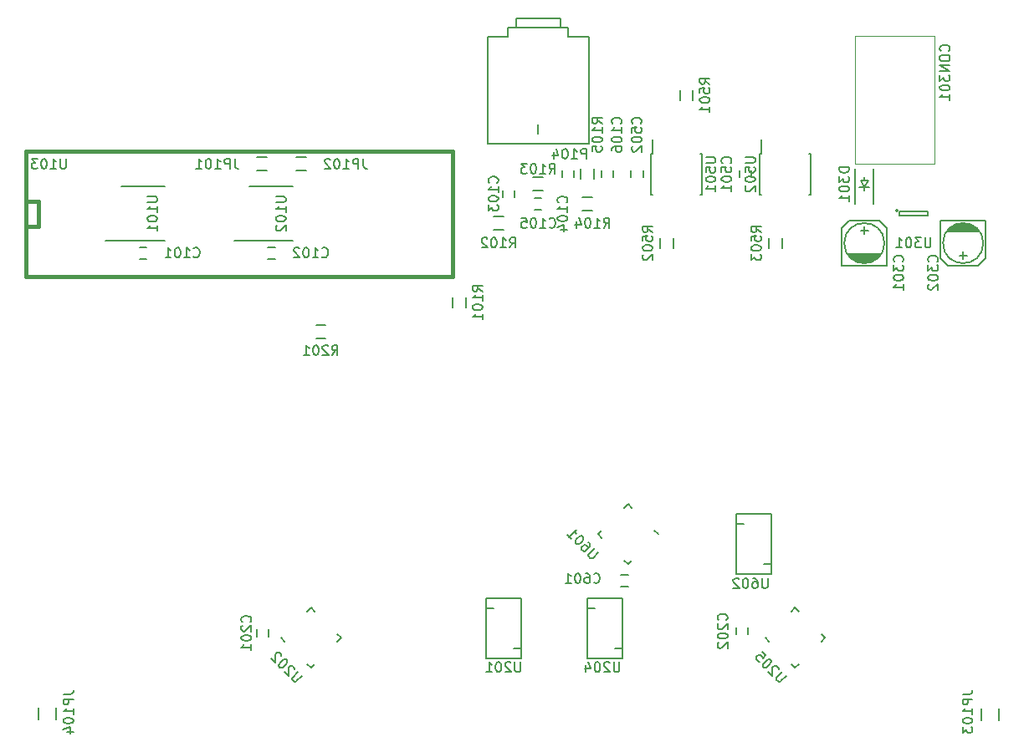
<source format=gbo>
G04 #@! TF.FileFunction,Legend,Bot*
%FSLAX46Y46*%
G04 Gerber Fmt 4.6, Leading zero omitted, Abs format (unit mm)*
G04 Created by KiCad (PCBNEW 4.0.1-stable) date 31/12/2015 22:44:44*
%MOMM*%
G01*
G04 APERTURE LIST*
%ADD10C,0.100000*%
%ADD11C,0.150000*%
%ADD12C,0.381000*%
%ADD13C,0.165000*%
G04 APERTURE END LIST*
D10*
D11*
X109400000Y-62650000D02*
X109400000Y-63350000D01*
X110600000Y-63350000D02*
X110600000Y-62650000D01*
X113350000Y-63400000D02*
X112650000Y-63400000D01*
X112650000Y-64600000D02*
X113350000Y-64600000D01*
X115400000Y-60650000D02*
X115400000Y-61350000D01*
X116600000Y-61350000D02*
X116600000Y-60650000D01*
X119400000Y-60650000D02*
X119400000Y-61350000D01*
X120600000Y-61350000D02*
X120600000Y-60650000D01*
X85650000Y-69600000D02*
X86350000Y-69600000D01*
X86350000Y-68400000D02*
X85650000Y-68400000D01*
X73350000Y-68400000D02*
X72650000Y-68400000D01*
X72650000Y-69600000D02*
X73350000Y-69600000D01*
X84500000Y-107150000D02*
X84500000Y-107850000D01*
X85700000Y-107850000D02*
X85700000Y-107150000D01*
X133000000Y-106950000D02*
X133000000Y-107650000D01*
X134200000Y-107650000D02*
X134200000Y-106950000D01*
X146000000Y-66349000D02*
X146000000Y-67111000D01*
X146381000Y-66730000D02*
X145619000Y-66730000D01*
X143714000Y-66476000D02*
X143714000Y-70286000D01*
X147524000Y-65714000D02*
X144476000Y-65714000D01*
X143714000Y-66476000D02*
X144476000Y-65714000D01*
X148286000Y-66476000D02*
X148286000Y-70286000D01*
X148286000Y-66476000D02*
X147524000Y-65714000D01*
X145873000Y-70032000D02*
X146127000Y-70032000D01*
X146635000Y-69905000D02*
X145365000Y-69905000D01*
X145111000Y-69778000D02*
X146889000Y-69778000D01*
X144857000Y-69651000D02*
X147143000Y-69651000D01*
X147270000Y-69524000D02*
X144730000Y-69524000D01*
X144603000Y-69397000D02*
X147397000Y-69397000D01*
X147524000Y-69270000D02*
X144476000Y-69270000D01*
X147651000Y-69143000D02*
X144349000Y-69143000D01*
X148286000Y-70286000D02*
X143714000Y-70286000D01*
X148032000Y-68000000D02*
G75*
G03X148032000Y-68000000I-2032000J0D01*
G01*
X156000000Y-69651000D02*
X156000000Y-68889000D01*
X155619000Y-69270000D02*
X156381000Y-69270000D01*
X158286000Y-69524000D02*
X158286000Y-65714000D01*
X154476000Y-70286000D02*
X157524000Y-70286000D01*
X158286000Y-69524000D02*
X157524000Y-70286000D01*
X153714000Y-69524000D02*
X153714000Y-65714000D01*
X153714000Y-69524000D02*
X154476000Y-70286000D01*
X156127000Y-65968000D02*
X155873000Y-65968000D01*
X155365000Y-66095000D02*
X156635000Y-66095000D01*
X156889000Y-66222000D02*
X155111000Y-66222000D01*
X157143000Y-66349000D02*
X154857000Y-66349000D01*
X154730000Y-66476000D02*
X157270000Y-66476000D01*
X157397000Y-66603000D02*
X154603000Y-66603000D01*
X154476000Y-66730000D02*
X157524000Y-66730000D01*
X154349000Y-66857000D02*
X157651000Y-66857000D01*
X153714000Y-65714000D02*
X158286000Y-65714000D01*
X158032000Y-68000000D02*
G75*
G03X158032000Y-68000000I-2032000J0D01*
G01*
X122400000Y-60650000D02*
X122400000Y-61350000D01*
X123600000Y-61350000D02*
X123600000Y-60650000D01*
X133400000Y-60650000D02*
X133400000Y-61350000D01*
X134600000Y-61350000D02*
X134600000Y-60650000D01*
X122076999Y-101601980D02*
X121376999Y-101601980D01*
X121376999Y-102801980D02*
X122076999Y-102801980D01*
D10*
X149100000Y-47000000D02*
X153100000Y-47000000D01*
X153100000Y-47000000D02*
X153100000Y-60000000D01*
X153100000Y-60000000D02*
X145100000Y-60000000D01*
X145100000Y-60000000D02*
X145100000Y-47000000D01*
X145100000Y-47000000D02*
X149100000Y-47000000D01*
D11*
X146000000Y-61682500D02*
X146000000Y-61301500D01*
X146000000Y-62698500D02*
X146000000Y-62317500D01*
X146000000Y-62317500D02*
X146381000Y-61682500D01*
X146381000Y-61682500D02*
X145619000Y-61682500D01*
X145619000Y-61682500D02*
X146000000Y-62317500D01*
X146508000Y-62317500D02*
X145492000Y-62317500D01*
X145100000Y-64000000D02*
X145100000Y-60460000D01*
X146900000Y-64000000D02*
X146900000Y-60460000D01*
X84500000Y-60675000D02*
X85500000Y-60675000D01*
X85500000Y-59325000D02*
X84500000Y-59325000D01*
X88500000Y-60675000D02*
X89500000Y-60675000D01*
X89500000Y-59325000D02*
X88500000Y-59325000D01*
X108500000Y-66675000D02*
X109500000Y-66675000D01*
X109500000Y-65325000D02*
X108500000Y-65325000D01*
X112500000Y-62675000D02*
X113500000Y-62675000D01*
X113500000Y-61325000D02*
X112500000Y-61325000D01*
X118675000Y-61500000D02*
X118675000Y-60500000D01*
X117325000Y-60500000D02*
X117325000Y-61500000D01*
X117500000Y-64675000D02*
X118500000Y-64675000D01*
X118500000Y-63325000D02*
X117500000Y-63325000D01*
X91500000Y-76325000D02*
X90500000Y-76325000D01*
X90500000Y-77675000D02*
X91500000Y-77675000D01*
X127325000Y-52500000D02*
X127325000Y-53500000D01*
X128675000Y-53500000D02*
X128675000Y-52500000D01*
X126675000Y-68500000D02*
X126675000Y-67500000D01*
X125325000Y-67500000D02*
X125325000Y-68500000D01*
X137675000Y-68500000D02*
X137675000Y-67500000D01*
X136325000Y-67500000D02*
X136325000Y-68500000D01*
D12*
X61190000Y-71350000D02*
X104370000Y-71350000D01*
X104370000Y-71350000D02*
X104370000Y-58650000D01*
X104370000Y-58650000D02*
X61190000Y-58650000D01*
X61190000Y-58650000D02*
X61190000Y-71350000D01*
X61190000Y-63730000D02*
X62460000Y-63730000D01*
X62460000Y-63730000D02*
X62460000Y-66270000D01*
X62460000Y-66270000D02*
X61190000Y-66270000D01*
D11*
X83800000Y-62275000D02*
X88200000Y-62275000D01*
X82225000Y-67725000D02*
X88200000Y-67725000D01*
X149400000Y-64700000D02*
G75*
G03X149400000Y-64700000I-100000J0D01*
G01*
X149550000Y-65250000D02*
X149550000Y-64750000D01*
X152450000Y-65250000D02*
X149550000Y-65250000D01*
X152450000Y-64750000D02*
X152450000Y-65250000D01*
X149550000Y-64750000D02*
X152450000Y-64750000D01*
X124425000Y-58925000D02*
X124570000Y-58925000D01*
X124425000Y-63075000D02*
X124570000Y-63075000D01*
X129575000Y-63075000D02*
X129430000Y-63075000D01*
X129575000Y-58925000D02*
X129430000Y-58925000D01*
X124425000Y-58925000D02*
X124425000Y-63075000D01*
X129575000Y-58925000D02*
X129575000Y-63075000D01*
X124570000Y-58925000D02*
X124570000Y-57525000D01*
X135425000Y-58925000D02*
X135570000Y-58925000D01*
X135425000Y-63075000D02*
X135570000Y-63075000D01*
X140575000Y-63075000D02*
X140430000Y-63075000D01*
X140575000Y-58925000D02*
X140430000Y-58925000D01*
X135425000Y-58925000D02*
X135425000Y-63075000D01*
X140575000Y-58925000D02*
X140575000Y-63075000D01*
X135570000Y-58925000D02*
X135570000Y-57525000D01*
X70800000Y-62275000D02*
X75200000Y-62275000D01*
X69225000Y-67725000D02*
X75200000Y-67725000D01*
X107744000Y-104968000D02*
X108506000Y-104968000D01*
X111300000Y-109032000D02*
X110538000Y-109032000D01*
X107744000Y-110048000D02*
X107744000Y-103952000D01*
X107744000Y-103952000D02*
X111300000Y-103952000D01*
X111300000Y-103952000D02*
X111300000Y-110048000D01*
X111300000Y-110048000D02*
X107744000Y-110048000D01*
X118000000Y-104968000D02*
X118762000Y-104968000D01*
X121556000Y-109032000D02*
X120794000Y-109032000D01*
X118000000Y-110048000D02*
X118000000Y-103952000D01*
X118000000Y-103952000D02*
X121556000Y-103952000D01*
X121556000Y-103952000D02*
X121556000Y-110048000D01*
X121556000Y-110048000D02*
X118000000Y-110048000D01*
X133000000Y-96428000D02*
X133762000Y-96428000D01*
X136556000Y-100492000D02*
X135794000Y-100492000D01*
X133000000Y-101508000D02*
X133000000Y-95412000D01*
X133000000Y-95412000D02*
X136556000Y-95412000D01*
X136556000Y-95412000D02*
X136556000Y-101508000D01*
X136556000Y-101508000D02*
X133000000Y-101508000D01*
X104325000Y-73500000D02*
X104325000Y-74500000D01*
X105675000Y-74500000D02*
X105675000Y-73500000D01*
X90000000Y-111040559D02*
X90371231Y-110669328D01*
X90000000Y-104959441D02*
X89628769Y-105330672D01*
X93040559Y-108000000D02*
X92669328Y-108371231D01*
X86959441Y-108000000D02*
X87330672Y-108371231D01*
X90000000Y-104959441D02*
X90371231Y-105330672D01*
X93040559Y-108000000D02*
X92669328Y-107628769D01*
X90000000Y-111040559D02*
X89628769Y-110669328D01*
X139000000Y-111040559D02*
X139371231Y-110669328D01*
X139000000Y-104959441D02*
X138628769Y-105330672D01*
X142040559Y-108000000D02*
X141669328Y-108371231D01*
X135959441Y-108000000D02*
X136330672Y-108371231D01*
X139000000Y-104959441D02*
X139371231Y-105330672D01*
X142040559Y-108000000D02*
X141669328Y-107628769D01*
X139000000Y-111040559D02*
X138628769Y-110669328D01*
X122100000Y-94439441D02*
X121728769Y-94810672D01*
X122100000Y-100520559D02*
X122471231Y-100149328D01*
X119059441Y-97480000D02*
X119430672Y-97108769D01*
X125140559Y-97480000D02*
X124769328Y-97108769D01*
X122100000Y-100520559D02*
X121728769Y-100149328D01*
X119059441Y-97480000D02*
X119430672Y-97851231D01*
X122100000Y-94439441D02*
X122471231Y-94810672D01*
X157875000Y-115160000D02*
X157875000Y-116360000D01*
X159625000Y-116360000D02*
X159625000Y-115160000D01*
X62445000Y-115040000D02*
X62445000Y-116240000D01*
X64195000Y-116240000D02*
X64195000Y-115040000D01*
X113000000Y-56950000D02*
X113000000Y-55950000D01*
X109950000Y-46450000D02*
X109950000Y-46200000D01*
X115250000Y-46200000D02*
X115250000Y-45200000D01*
X115250000Y-45200000D02*
X110750000Y-45200000D01*
X110750000Y-45200000D02*
X110750000Y-46200000D01*
X107850000Y-57950000D02*
X107850000Y-47050000D01*
X107850000Y-47050000D02*
X108050000Y-47050000D01*
X118150000Y-47050000D02*
X117800000Y-47050000D01*
X118150000Y-47050000D02*
X118150000Y-57950000D01*
X116050000Y-46200000D02*
X109950000Y-46200000D01*
X107900000Y-47050000D02*
X109950000Y-47050000D01*
X109950000Y-47050000D02*
X109950000Y-46300000D01*
X118050000Y-47050000D02*
X116050000Y-47050000D01*
X116050000Y-47050000D02*
X116050000Y-46250000D01*
X107900000Y-57950000D02*
X118050000Y-57950000D01*
D13*
X108857143Y-61880953D02*
X108904762Y-61833334D01*
X108952381Y-61690477D01*
X108952381Y-61595239D01*
X108904762Y-61452381D01*
X108809524Y-61357143D01*
X108714286Y-61309524D01*
X108523810Y-61261905D01*
X108380952Y-61261905D01*
X108190476Y-61309524D01*
X108095238Y-61357143D01*
X108000000Y-61452381D01*
X107952381Y-61595239D01*
X107952381Y-61690477D01*
X108000000Y-61833334D01*
X108047619Y-61880953D01*
X108952381Y-62833334D02*
X108952381Y-62261905D01*
X108952381Y-62547619D02*
X107952381Y-62547619D01*
X108095238Y-62452381D01*
X108190476Y-62357143D01*
X108238095Y-62261905D01*
X107952381Y-63452381D02*
X107952381Y-63547620D01*
X108000000Y-63642858D01*
X108047619Y-63690477D01*
X108142857Y-63738096D01*
X108333333Y-63785715D01*
X108571429Y-63785715D01*
X108761905Y-63738096D01*
X108857143Y-63690477D01*
X108904762Y-63642858D01*
X108952381Y-63547620D01*
X108952381Y-63452381D01*
X108904762Y-63357143D01*
X108857143Y-63309524D01*
X108761905Y-63261905D01*
X108571429Y-63214286D01*
X108333333Y-63214286D01*
X108142857Y-63261905D01*
X108047619Y-63309524D01*
X108000000Y-63357143D01*
X107952381Y-63452381D01*
X107952381Y-64119048D02*
X107952381Y-64738096D01*
X108333333Y-64404762D01*
X108333333Y-64547620D01*
X108380952Y-64642858D01*
X108428571Y-64690477D01*
X108523810Y-64738096D01*
X108761905Y-64738096D01*
X108857143Y-64690477D01*
X108904762Y-64642858D01*
X108952381Y-64547620D01*
X108952381Y-64261905D01*
X108904762Y-64166667D01*
X108857143Y-64119048D01*
X114119047Y-66357143D02*
X114166666Y-66404762D01*
X114309523Y-66452381D01*
X114404761Y-66452381D01*
X114547619Y-66404762D01*
X114642857Y-66309524D01*
X114690476Y-66214286D01*
X114738095Y-66023810D01*
X114738095Y-65880952D01*
X114690476Y-65690476D01*
X114642857Y-65595238D01*
X114547619Y-65500000D01*
X114404761Y-65452381D01*
X114309523Y-65452381D01*
X114166666Y-65500000D01*
X114119047Y-65547619D01*
X113166666Y-66452381D02*
X113738095Y-66452381D01*
X113452381Y-66452381D02*
X113452381Y-65452381D01*
X113547619Y-65595238D01*
X113642857Y-65690476D01*
X113738095Y-65738095D01*
X112547619Y-65452381D02*
X112452380Y-65452381D01*
X112357142Y-65500000D01*
X112309523Y-65547619D01*
X112261904Y-65642857D01*
X112214285Y-65833333D01*
X112214285Y-66071429D01*
X112261904Y-66261905D01*
X112309523Y-66357143D01*
X112357142Y-66404762D01*
X112452380Y-66452381D01*
X112547619Y-66452381D01*
X112642857Y-66404762D01*
X112690476Y-66357143D01*
X112738095Y-66261905D01*
X112785714Y-66071429D01*
X112785714Y-65833333D01*
X112738095Y-65642857D01*
X112690476Y-65547619D01*
X112642857Y-65500000D01*
X112547619Y-65452381D01*
X111309523Y-65452381D02*
X111785714Y-65452381D01*
X111833333Y-65928571D01*
X111785714Y-65880952D01*
X111690476Y-65833333D01*
X111452380Y-65833333D01*
X111357142Y-65880952D01*
X111309523Y-65928571D01*
X111261904Y-66023810D01*
X111261904Y-66261905D01*
X111309523Y-66357143D01*
X111357142Y-66404762D01*
X111452380Y-66452381D01*
X111690476Y-66452381D01*
X111785714Y-66404762D01*
X111833333Y-66357143D01*
X115857143Y-63880953D02*
X115904762Y-63833334D01*
X115952381Y-63690477D01*
X115952381Y-63595239D01*
X115904762Y-63452381D01*
X115809524Y-63357143D01*
X115714286Y-63309524D01*
X115523810Y-63261905D01*
X115380952Y-63261905D01*
X115190476Y-63309524D01*
X115095238Y-63357143D01*
X115000000Y-63452381D01*
X114952381Y-63595239D01*
X114952381Y-63690477D01*
X115000000Y-63833334D01*
X115047619Y-63880953D01*
X115952381Y-64833334D02*
X115952381Y-64261905D01*
X115952381Y-64547619D02*
X114952381Y-64547619D01*
X115095238Y-64452381D01*
X115190476Y-64357143D01*
X115238095Y-64261905D01*
X114952381Y-65452381D02*
X114952381Y-65547620D01*
X115000000Y-65642858D01*
X115047619Y-65690477D01*
X115142857Y-65738096D01*
X115333333Y-65785715D01*
X115571429Y-65785715D01*
X115761905Y-65738096D01*
X115857143Y-65690477D01*
X115904762Y-65642858D01*
X115952381Y-65547620D01*
X115952381Y-65452381D01*
X115904762Y-65357143D01*
X115857143Y-65309524D01*
X115761905Y-65261905D01*
X115571429Y-65214286D01*
X115333333Y-65214286D01*
X115142857Y-65261905D01*
X115047619Y-65309524D01*
X115000000Y-65357143D01*
X114952381Y-65452381D01*
X115285714Y-66642858D02*
X115952381Y-66642858D01*
X114904762Y-66404762D02*
X115619048Y-66166667D01*
X115619048Y-66785715D01*
X121357143Y-55880953D02*
X121404762Y-55833334D01*
X121452381Y-55690477D01*
X121452381Y-55595239D01*
X121404762Y-55452381D01*
X121309524Y-55357143D01*
X121214286Y-55309524D01*
X121023810Y-55261905D01*
X120880952Y-55261905D01*
X120690476Y-55309524D01*
X120595238Y-55357143D01*
X120500000Y-55452381D01*
X120452381Y-55595239D01*
X120452381Y-55690477D01*
X120500000Y-55833334D01*
X120547619Y-55880953D01*
X121452381Y-56833334D02*
X121452381Y-56261905D01*
X121452381Y-56547619D02*
X120452381Y-56547619D01*
X120595238Y-56452381D01*
X120690476Y-56357143D01*
X120738095Y-56261905D01*
X120452381Y-57452381D02*
X120452381Y-57547620D01*
X120500000Y-57642858D01*
X120547619Y-57690477D01*
X120642857Y-57738096D01*
X120833333Y-57785715D01*
X121071429Y-57785715D01*
X121261905Y-57738096D01*
X121357143Y-57690477D01*
X121404762Y-57642858D01*
X121452381Y-57547620D01*
X121452381Y-57452381D01*
X121404762Y-57357143D01*
X121357143Y-57309524D01*
X121261905Y-57261905D01*
X121071429Y-57214286D01*
X120833333Y-57214286D01*
X120642857Y-57261905D01*
X120547619Y-57309524D01*
X120500000Y-57357143D01*
X120452381Y-57452381D01*
X120452381Y-58642858D02*
X120452381Y-58452381D01*
X120500000Y-58357143D01*
X120547619Y-58309524D01*
X120690476Y-58214286D01*
X120880952Y-58166667D01*
X121261905Y-58166667D01*
X121357143Y-58214286D01*
X121404762Y-58261905D01*
X121452381Y-58357143D01*
X121452381Y-58547620D01*
X121404762Y-58642858D01*
X121357143Y-58690477D01*
X121261905Y-58738096D01*
X121023810Y-58738096D01*
X120928571Y-58690477D01*
X120880952Y-58642858D01*
X120833333Y-58547620D01*
X120833333Y-58357143D01*
X120880952Y-58261905D01*
X120928571Y-58214286D01*
X121023810Y-58166667D01*
X91119047Y-69357143D02*
X91166666Y-69404762D01*
X91309523Y-69452381D01*
X91404761Y-69452381D01*
X91547619Y-69404762D01*
X91642857Y-69309524D01*
X91690476Y-69214286D01*
X91738095Y-69023810D01*
X91738095Y-68880952D01*
X91690476Y-68690476D01*
X91642857Y-68595238D01*
X91547619Y-68500000D01*
X91404761Y-68452381D01*
X91309523Y-68452381D01*
X91166666Y-68500000D01*
X91119047Y-68547619D01*
X90166666Y-69452381D02*
X90738095Y-69452381D01*
X90452381Y-69452381D02*
X90452381Y-68452381D01*
X90547619Y-68595238D01*
X90642857Y-68690476D01*
X90738095Y-68738095D01*
X89547619Y-68452381D02*
X89452380Y-68452381D01*
X89357142Y-68500000D01*
X89309523Y-68547619D01*
X89261904Y-68642857D01*
X89214285Y-68833333D01*
X89214285Y-69071429D01*
X89261904Y-69261905D01*
X89309523Y-69357143D01*
X89357142Y-69404762D01*
X89452380Y-69452381D01*
X89547619Y-69452381D01*
X89642857Y-69404762D01*
X89690476Y-69357143D01*
X89738095Y-69261905D01*
X89785714Y-69071429D01*
X89785714Y-68833333D01*
X89738095Y-68642857D01*
X89690476Y-68547619D01*
X89642857Y-68500000D01*
X89547619Y-68452381D01*
X88833333Y-68547619D02*
X88785714Y-68500000D01*
X88690476Y-68452381D01*
X88452380Y-68452381D01*
X88357142Y-68500000D01*
X88309523Y-68547619D01*
X88261904Y-68642857D01*
X88261904Y-68738095D01*
X88309523Y-68880952D01*
X88880952Y-69452381D01*
X88261904Y-69452381D01*
X78119047Y-69357143D02*
X78166666Y-69404762D01*
X78309523Y-69452381D01*
X78404761Y-69452381D01*
X78547619Y-69404762D01*
X78642857Y-69309524D01*
X78690476Y-69214286D01*
X78738095Y-69023810D01*
X78738095Y-68880952D01*
X78690476Y-68690476D01*
X78642857Y-68595238D01*
X78547619Y-68500000D01*
X78404761Y-68452381D01*
X78309523Y-68452381D01*
X78166666Y-68500000D01*
X78119047Y-68547619D01*
X77166666Y-69452381D02*
X77738095Y-69452381D01*
X77452381Y-69452381D02*
X77452381Y-68452381D01*
X77547619Y-68595238D01*
X77642857Y-68690476D01*
X77738095Y-68738095D01*
X76547619Y-68452381D02*
X76452380Y-68452381D01*
X76357142Y-68500000D01*
X76309523Y-68547619D01*
X76261904Y-68642857D01*
X76214285Y-68833333D01*
X76214285Y-69071429D01*
X76261904Y-69261905D01*
X76309523Y-69357143D01*
X76357142Y-69404762D01*
X76452380Y-69452381D01*
X76547619Y-69452381D01*
X76642857Y-69404762D01*
X76690476Y-69357143D01*
X76738095Y-69261905D01*
X76785714Y-69071429D01*
X76785714Y-68833333D01*
X76738095Y-68642857D01*
X76690476Y-68547619D01*
X76642857Y-68500000D01*
X76547619Y-68452381D01*
X75261904Y-69452381D02*
X75833333Y-69452381D01*
X75547619Y-69452381D02*
X75547619Y-68452381D01*
X75642857Y-68595238D01*
X75738095Y-68690476D01*
X75833333Y-68738095D01*
X83857143Y-106380953D02*
X83904762Y-106333334D01*
X83952381Y-106190477D01*
X83952381Y-106095239D01*
X83904762Y-105952381D01*
X83809524Y-105857143D01*
X83714286Y-105809524D01*
X83523810Y-105761905D01*
X83380952Y-105761905D01*
X83190476Y-105809524D01*
X83095238Y-105857143D01*
X83000000Y-105952381D01*
X82952381Y-106095239D01*
X82952381Y-106190477D01*
X83000000Y-106333334D01*
X83047619Y-106380953D01*
X83047619Y-106761905D02*
X83000000Y-106809524D01*
X82952381Y-106904762D01*
X82952381Y-107142858D01*
X83000000Y-107238096D01*
X83047619Y-107285715D01*
X83142857Y-107333334D01*
X83238095Y-107333334D01*
X83380952Y-107285715D01*
X83952381Y-106714286D01*
X83952381Y-107333334D01*
X82952381Y-107952381D02*
X82952381Y-108047620D01*
X83000000Y-108142858D01*
X83047619Y-108190477D01*
X83142857Y-108238096D01*
X83333333Y-108285715D01*
X83571429Y-108285715D01*
X83761905Y-108238096D01*
X83857143Y-108190477D01*
X83904762Y-108142858D01*
X83952381Y-108047620D01*
X83952381Y-107952381D01*
X83904762Y-107857143D01*
X83857143Y-107809524D01*
X83761905Y-107761905D01*
X83571429Y-107714286D01*
X83333333Y-107714286D01*
X83142857Y-107761905D01*
X83047619Y-107809524D01*
X83000000Y-107857143D01*
X82952381Y-107952381D01*
X83952381Y-109238096D02*
X83952381Y-108666667D01*
X83952381Y-108952381D02*
X82952381Y-108952381D01*
X83095238Y-108857143D01*
X83190476Y-108761905D01*
X83238095Y-108666667D01*
X132057143Y-106180953D02*
X132104762Y-106133334D01*
X132152381Y-105990477D01*
X132152381Y-105895239D01*
X132104762Y-105752381D01*
X132009524Y-105657143D01*
X131914286Y-105609524D01*
X131723810Y-105561905D01*
X131580952Y-105561905D01*
X131390476Y-105609524D01*
X131295238Y-105657143D01*
X131200000Y-105752381D01*
X131152381Y-105895239D01*
X131152381Y-105990477D01*
X131200000Y-106133334D01*
X131247619Y-106180953D01*
X131247619Y-106561905D02*
X131200000Y-106609524D01*
X131152381Y-106704762D01*
X131152381Y-106942858D01*
X131200000Y-107038096D01*
X131247619Y-107085715D01*
X131342857Y-107133334D01*
X131438095Y-107133334D01*
X131580952Y-107085715D01*
X132152381Y-106514286D01*
X132152381Y-107133334D01*
X131152381Y-107752381D02*
X131152381Y-107847620D01*
X131200000Y-107942858D01*
X131247619Y-107990477D01*
X131342857Y-108038096D01*
X131533333Y-108085715D01*
X131771429Y-108085715D01*
X131961905Y-108038096D01*
X132057143Y-107990477D01*
X132104762Y-107942858D01*
X132152381Y-107847620D01*
X132152381Y-107752381D01*
X132104762Y-107657143D01*
X132057143Y-107609524D01*
X131961905Y-107561905D01*
X131771429Y-107514286D01*
X131533333Y-107514286D01*
X131342857Y-107561905D01*
X131247619Y-107609524D01*
X131200000Y-107657143D01*
X131152381Y-107752381D01*
X131247619Y-108466667D02*
X131200000Y-108514286D01*
X131152381Y-108609524D01*
X131152381Y-108847620D01*
X131200000Y-108942858D01*
X131247619Y-108990477D01*
X131342857Y-109038096D01*
X131438095Y-109038096D01*
X131580952Y-108990477D01*
X132152381Y-108419048D01*
X132152381Y-109038096D01*
X149857143Y-69880953D02*
X149904762Y-69833334D01*
X149952381Y-69690477D01*
X149952381Y-69595239D01*
X149904762Y-69452381D01*
X149809524Y-69357143D01*
X149714286Y-69309524D01*
X149523810Y-69261905D01*
X149380952Y-69261905D01*
X149190476Y-69309524D01*
X149095238Y-69357143D01*
X149000000Y-69452381D01*
X148952381Y-69595239D01*
X148952381Y-69690477D01*
X149000000Y-69833334D01*
X149047619Y-69880953D01*
X148952381Y-70214286D02*
X148952381Y-70833334D01*
X149333333Y-70500000D01*
X149333333Y-70642858D01*
X149380952Y-70738096D01*
X149428571Y-70785715D01*
X149523810Y-70833334D01*
X149761905Y-70833334D01*
X149857143Y-70785715D01*
X149904762Y-70738096D01*
X149952381Y-70642858D01*
X149952381Y-70357143D01*
X149904762Y-70261905D01*
X149857143Y-70214286D01*
X148952381Y-71452381D02*
X148952381Y-71547620D01*
X149000000Y-71642858D01*
X149047619Y-71690477D01*
X149142857Y-71738096D01*
X149333333Y-71785715D01*
X149571429Y-71785715D01*
X149761905Y-71738096D01*
X149857143Y-71690477D01*
X149904762Y-71642858D01*
X149952381Y-71547620D01*
X149952381Y-71452381D01*
X149904762Y-71357143D01*
X149857143Y-71309524D01*
X149761905Y-71261905D01*
X149571429Y-71214286D01*
X149333333Y-71214286D01*
X149142857Y-71261905D01*
X149047619Y-71309524D01*
X149000000Y-71357143D01*
X148952381Y-71452381D01*
X149952381Y-72738096D02*
X149952381Y-72166667D01*
X149952381Y-72452381D02*
X148952381Y-72452381D01*
X149095238Y-72357143D01*
X149190476Y-72261905D01*
X149238095Y-72166667D01*
X153357143Y-69880953D02*
X153404762Y-69833334D01*
X153452381Y-69690477D01*
X153452381Y-69595239D01*
X153404762Y-69452381D01*
X153309524Y-69357143D01*
X153214286Y-69309524D01*
X153023810Y-69261905D01*
X152880952Y-69261905D01*
X152690476Y-69309524D01*
X152595238Y-69357143D01*
X152500000Y-69452381D01*
X152452381Y-69595239D01*
X152452381Y-69690477D01*
X152500000Y-69833334D01*
X152547619Y-69880953D01*
X152452381Y-70214286D02*
X152452381Y-70833334D01*
X152833333Y-70500000D01*
X152833333Y-70642858D01*
X152880952Y-70738096D01*
X152928571Y-70785715D01*
X153023810Y-70833334D01*
X153261905Y-70833334D01*
X153357143Y-70785715D01*
X153404762Y-70738096D01*
X153452381Y-70642858D01*
X153452381Y-70357143D01*
X153404762Y-70261905D01*
X153357143Y-70214286D01*
X152452381Y-71452381D02*
X152452381Y-71547620D01*
X152500000Y-71642858D01*
X152547619Y-71690477D01*
X152642857Y-71738096D01*
X152833333Y-71785715D01*
X153071429Y-71785715D01*
X153261905Y-71738096D01*
X153357143Y-71690477D01*
X153404762Y-71642858D01*
X153452381Y-71547620D01*
X153452381Y-71452381D01*
X153404762Y-71357143D01*
X153357143Y-71309524D01*
X153261905Y-71261905D01*
X153071429Y-71214286D01*
X152833333Y-71214286D01*
X152642857Y-71261905D01*
X152547619Y-71309524D01*
X152500000Y-71357143D01*
X152452381Y-71452381D01*
X152547619Y-72166667D02*
X152500000Y-72214286D01*
X152452381Y-72309524D01*
X152452381Y-72547620D01*
X152500000Y-72642858D01*
X152547619Y-72690477D01*
X152642857Y-72738096D01*
X152738095Y-72738096D01*
X152880952Y-72690477D01*
X153452381Y-72119048D01*
X153452381Y-72738096D01*
X123357143Y-55880953D02*
X123404762Y-55833334D01*
X123452381Y-55690477D01*
X123452381Y-55595239D01*
X123404762Y-55452381D01*
X123309524Y-55357143D01*
X123214286Y-55309524D01*
X123023810Y-55261905D01*
X122880952Y-55261905D01*
X122690476Y-55309524D01*
X122595238Y-55357143D01*
X122500000Y-55452381D01*
X122452381Y-55595239D01*
X122452381Y-55690477D01*
X122500000Y-55833334D01*
X122547619Y-55880953D01*
X122452381Y-56785715D02*
X122452381Y-56309524D01*
X122928571Y-56261905D01*
X122880952Y-56309524D01*
X122833333Y-56404762D01*
X122833333Y-56642858D01*
X122880952Y-56738096D01*
X122928571Y-56785715D01*
X123023810Y-56833334D01*
X123261905Y-56833334D01*
X123357143Y-56785715D01*
X123404762Y-56738096D01*
X123452381Y-56642858D01*
X123452381Y-56404762D01*
X123404762Y-56309524D01*
X123357143Y-56261905D01*
X122452381Y-57452381D02*
X122452381Y-57547620D01*
X122500000Y-57642858D01*
X122547619Y-57690477D01*
X122642857Y-57738096D01*
X122833333Y-57785715D01*
X123071429Y-57785715D01*
X123261905Y-57738096D01*
X123357143Y-57690477D01*
X123404762Y-57642858D01*
X123452381Y-57547620D01*
X123452381Y-57452381D01*
X123404762Y-57357143D01*
X123357143Y-57309524D01*
X123261905Y-57261905D01*
X123071429Y-57214286D01*
X122833333Y-57214286D01*
X122642857Y-57261905D01*
X122547619Y-57309524D01*
X122500000Y-57357143D01*
X122452381Y-57452381D01*
X122547619Y-58166667D02*
X122500000Y-58214286D01*
X122452381Y-58309524D01*
X122452381Y-58547620D01*
X122500000Y-58642858D01*
X122547619Y-58690477D01*
X122642857Y-58738096D01*
X122738095Y-58738096D01*
X122880952Y-58690477D01*
X123452381Y-58119048D01*
X123452381Y-58738096D01*
X132457143Y-59880953D02*
X132504762Y-59833334D01*
X132552381Y-59690477D01*
X132552381Y-59595239D01*
X132504762Y-59452381D01*
X132409524Y-59357143D01*
X132314286Y-59309524D01*
X132123810Y-59261905D01*
X131980952Y-59261905D01*
X131790476Y-59309524D01*
X131695238Y-59357143D01*
X131600000Y-59452381D01*
X131552381Y-59595239D01*
X131552381Y-59690477D01*
X131600000Y-59833334D01*
X131647619Y-59880953D01*
X131552381Y-60785715D02*
X131552381Y-60309524D01*
X132028571Y-60261905D01*
X131980952Y-60309524D01*
X131933333Y-60404762D01*
X131933333Y-60642858D01*
X131980952Y-60738096D01*
X132028571Y-60785715D01*
X132123810Y-60833334D01*
X132361905Y-60833334D01*
X132457143Y-60785715D01*
X132504762Y-60738096D01*
X132552381Y-60642858D01*
X132552381Y-60404762D01*
X132504762Y-60309524D01*
X132457143Y-60261905D01*
X131552381Y-61452381D02*
X131552381Y-61547620D01*
X131600000Y-61642858D01*
X131647619Y-61690477D01*
X131742857Y-61738096D01*
X131933333Y-61785715D01*
X132171429Y-61785715D01*
X132361905Y-61738096D01*
X132457143Y-61690477D01*
X132504762Y-61642858D01*
X132552381Y-61547620D01*
X132552381Y-61452381D01*
X132504762Y-61357143D01*
X132457143Y-61309524D01*
X132361905Y-61261905D01*
X132171429Y-61214286D01*
X131933333Y-61214286D01*
X131742857Y-61261905D01*
X131647619Y-61309524D01*
X131600000Y-61357143D01*
X131552381Y-61452381D01*
X132552381Y-62738096D02*
X132552381Y-62166667D01*
X132552381Y-62452381D02*
X131552381Y-62452381D01*
X131695238Y-62357143D01*
X131790476Y-62261905D01*
X131838095Y-62166667D01*
X118619047Y-102357143D02*
X118666666Y-102404762D01*
X118809523Y-102452381D01*
X118904761Y-102452381D01*
X119047619Y-102404762D01*
X119142857Y-102309524D01*
X119190476Y-102214286D01*
X119238095Y-102023810D01*
X119238095Y-101880952D01*
X119190476Y-101690476D01*
X119142857Y-101595238D01*
X119047619Y-101500000D01*
X118904761Y-101452381D01*
X118809523Y-101452381D01*
X118666666Y-101500000D01*
X118619047Y-101547619D01*
X117761904Y-101452381D02*
X117952381Y-101452381D01*
X118047619Y-101500000D01*
X118095238Y-101547619D01*
X118190476Y-101690476D01*
X118238095Y-101880952D01*
X118238095Y-102261905D01*
X118190476Y-102357143D01*
X118142857Y-102404762D01*
X118047619Y-102452381D01*
X117857142Y-102452381D01*
X117761904Y-102404762D01*
X117714285Y-102357143D01*
X117666666Y-102261905D01*
X117666666Y-102023810D01*
X117714285Y-101928571D01*
X117761904Y-101880952D01*
X117857142Y-101833333D01*
X118047619Y-101833333D01*
X118142857Y-101880952D01*
X118190476Y-101928571D01*
X118238095Y-102023810D01*
X117047619Y-101452381D02*
X116952380Y-101452381D01*
X116857142Y-101500000D01*
X116809523Y-101547619D01*
X116761904Y-101642857D01*
X116714285Y-101833333D01*
X116714285Y-102071429D01*
X116761904Y-102261905D01*
X116809523Y-102357143D01*
X116857142Y-102404762D01*
X116952380Y-102452381D01*
X117047619Y-102452381D01*
X117142857Y-102404762D01*
X117190476Y-102357143D01*
X117238095Y-102261905D01*
X117285714Y-102071429D01*
X117285714Y-101833333D01*
X117238095Y-101642857D01*
X117190476Y-101547619D01*
X117142857Y-101500000D01*
X117047619Y-101452381D01*
X115761904Y-102452381D02*
X116333333Y-102452381D01*
X116047619Y-102452381D02*
X116047619Y-101452381D01*
X116142857Y-101595238D01*
X116238095Y-101690476D01*
X116333333Y-101738095D01*
X154557143Y-48533334D02*
X154604762Y-48485715D01*
X154652381Y-48342858D01*
X154652381Y-48247620D01*
X154604762Y-48104762D01*
X154509524Y-48009524D01*
X154414286Y-47961905D01*
X154223810Y-47914286D01*
X154080952Y-47914286D01*
X153890476Y-47961905D01*
X153795238Y-48009524D01*
X153700000Y-48104762D01*
X153652381Y-48247620D01*
X153652381Y-48342858D01*
X153700000Y-48485715D01*
X153747619Y-48533334D01*
X153652381Y-49152381D02*
X153652381Y-49342858D01*
X153700000Y-49438096D01*
X153795238Y-49533334D01*
X153985714Y-49580953D01*
X154319048Y-49580953D01*
X154509524Y-49533334D01*
X154604762Y-49438096D01*
X154652381Y-49342858D01*
X154652381Y-49152381D01*
X154604762Y-49057143D01*
X154509524Y-48961905D01*
X154319048Y-48914286D01*
X153985714Y-48914286D01*
X153795238Y-48961905D01*
X153700000Y-49057143D01*
X153652381Y-49152381D01*
X154652381Y-50009524D02*
X153652381Y-50009524D01*
X154652381Y-50580953D01*
X153652381Y-50580953D01*
X153652381Y-50961905D02*
X153652381Y-51580953D01*
X154033333Y-51247619D01*
X154033333Y-51390477D01*
X154080952Y-51485715D01*
X154128571Y-51533334D01*
X154223810Y-51580953D01*
X154461905Y-51580953D01*
X154557143Y-51533334D01*
X154604762Y-51485715D01*
X154652381Y-51390477D01*
X154652381Y-51104762D01*
X154604762Y-51009524D01*
X154557143Y-50961905D01*
X153652381Y-52200000D02*
X153652381Y-52295239D01*
X153700000Y-52390477D01*
X153747619Y-52438096D01*
X153842857Y-52485715D01*
X154033333Y-52533334D01*
X154271429Y-52533334D01*
X154461905Y-52485715D01*
X154557143Y-52438096D01*
X154604762Y-52390477D01*
X154652381Y-52295239D01*
X154652381Y-52200000D01*
X154604762Y-52104762D01*
X154557143Y-52057143D01*
X154461905Y-52009524D01*
X154271429Y-51961905D01*
X154033333Y-51961905D01*
X153842857Y-52009524D01*
X153747619Y-52057143D01*
X153700000Y-52104762D01*
X153652381Y-52200000D01*
X154652381Y-53485715D02*
X154652381Y-52914286D01*
X154652381Y-53200000D02*
X153652381Y-53200000D01*
X153795238Y-53104762D01*
X153890476Y-53009524D01*
X153938095Y-52914286D01*
X144452381Y-60309524D02*
X143452381Y-60309524D01*
X143452381Y-60547619D01*
X143500000Y-60690477D01*
X143595238Y-60785715D01*
X143690476Y-60833334D01*
X143880952Y-60880953D01*
X144023810Y-60880953D01*
X144214286Y-60833334D01*
X144309524Y-60785715D01*
X144404762Y-60690477D01*
X144452381Y-60547619D01*
X144452381Y-60309524D01*
X143452381Y-61214286D02*
X143452381Y-61833334D01*
X143833333Y-61500000D01*
X143833333Y-61642858D01*
X143880952Y-61738096D01*
X143928571Y-61785715D01*
X144023810Y-61833334D01*
X144261905Y-61833334D01*
X144357143Y-61785715D01*
X144404762Y-61738096D01*
X144452381Y-61642858D01*
X144452381Y-61357143D01*
X144404762Y-61261905D01*
X144357143Y-61214286D01*
X143452381Y-62452381D02*
X143452381Y-62547620D01*
X143500000Y-62642858D01*
X143547619Y-62690477D01*
X143642857Y-62738096D01*
X143833333Y-62785715D01*
X144071429Y-62785715D01*
X144261905Y-62738096D01*
X144357143Y-62690477D01*
X144404762Y-62642858D01*
X144452381Y-62547620D01*
X144452381Y-62452381D01*
X144404762Y-62357143D01*
X144357143Y-62309524D01*
X144261905Y-62261905D01*
X144071429Y-62214286D01*
X143833333Y-62214286D01*
X143642857Y-62261905D01*
X143547619Y-62309524D01*
X143500000Y-62357143D01*
X143452381Y-62452381D01*
X144452381Y-63738096D02*
X144452381Y-63166667D01*
X144452381Y-63452381D02*
X143452381Y-63452381D01*
X143595238Y-63357143D01*
X143690476Y-63261905D01*
X143738095Y-63166667D01*
X82285714Y-59452381D02*
X82285714Y-60166667D01*
X82333334Y-60309524D01*
X82428572Y-60404762D01*
X82571429Y-60452381D01*
X82666667Y-60452381D01*
X81809524Y-60452381D02*
X81809524Y-59452381D01*
X81428571Y-59452381D01*
X81333333Y-59500000D01*
X81285714Y-59547619D01*
X81238095Y-59642857D01*
X81238095Y-59785714D01*
X81285714Y-59880952D01*
X81333333Y-59928571D01*
X81428571Y-59976190D01*
X81809524Y-59976190D01*
X80285714Y-60452381D02*
X80857143Y-60452381D01*
X80571429Y-60452381D02*
X80571429Y-59452381D01*
X80666667Y-59595238D01*
X80761905Y-59690476D01*
X80857143Y-59738095D01*
X79666667Y-59452381D02*
X79571428Y-59452381D01*
X79476190Y-59500000D01*
X79428571Y-59547619D01*
X79380952Y-59642857D01*
X79333333Y-59833333D01*
X79333333Y-60071429D01*
X79380952Y-60261905D01*
X79428571Y-60357143D01*
X79476190Y-60404762D01*
X79571428Y-60452381D01*
X79666667Y-60452381D01*
X79761905Y-60404762D01*
X79809524Y-60357143D01*
X79857143Y-60261905D01*
X79904762Y-60071429D01*
X79904762Y-59833333D01*
X79857143Y-59642857D01*
X79809524Y-59547619D01*
X79761905Y-59500000D01*
X79666667Y-59452381D01*
X78380952Y-60452381D02*
X78952381Y-60452381D01*
X78666667Y-60452381D02*
X78666667Y-59452381D01*
X78761905Y-59595238D01*
X78857143Y-59690476D01*
X78952381Y-59738095D01*
X95285714Y-59452381D02*
X95285714Y-60166667D01*
X95333334Y-60309524D01*
X95428572Y-60404762D01*
X95571429Y-60452381D01*
X95666667Y-60452381D01*
X94809524Y-60452381D02*
X94809524Y-59452381D01*
X94428571Y-59452381D01*
X94333333Y-59500000D01*
X94285714Y-59547619D01*
X94238095Y-59642857D01*
X94238095Y-59785714D01*
X94285714Y-59880952D01*
X94333333Y-59928571D01*
X94428571Y-59976190D01*
X94809524Y-59976190D01*
X93285714Y-60452381D02*
X93857143Y-60452381D01*
X93571429Y-60452381D02*
X93571429Y-59452381D01*
X93666667Y-59595238D01*
X93761905Y-59690476D01*
X93857143Y-59738095D01*
X92666667Y-59452381D02*
X92571428Y-59452381D01*
X92476190Y-59500000D01*
X92428571Y-59547619D01*
X92380952Y-59642857D01*
X92333333Y-59833333D01*
X92333333Y-60071429D01*
X92380952Y-60261905D01*
X92428571Y-60357143D01*
X92476190Y-60404762D01*
X92571428Y-60452381D01*
X92666667Y-60452381D01*
X92761905Y-60404762D01*
X92809524Y-60357143D01*
X92857143Y-60261905D01*
X92904762Y-60071429D01*
X92904762Y-59833333D01*
X92857143Y-59642857D01*
X92809524Y-59547619D01*
X92761905Y-59500000D01*
X92666667Y-59452381D01*
X91952381Y-59547619D02*
X91904762Y-59500000D01*
X91809524Y-59452381D01*
X91571428Y-59452381D01*
X91476190Y-59500000D01*
X91428571Y-59547619D01*
X91380952Y-59642857D01*
X91380952Y-59738095D01*
X91428571Y-59880952D01*
X92000000Y-60452381D01*
X91380952Y-60452381D01*
X110119047Y-68452381D02*
X110452381Y-67976190D01*
X110690476Y-68452381D02*
X110690476Y-67452381D01*
X110309523Y-67452381D01*
X110214285Y-67500000D01*
X110166666Y-67547619D01*
X110119047Y-67642857D01*
X110119047Y-67785714D01*
X110166666Y-67880952D01*
X110214285Y-67928571D01*
X110309523Y-67976190D01*
X110690476Y-67976190D01*
X109166666Y-68452381D02*
X109738095Y-68452381D01*
X109452381Y-68452381D02*
X109452381Y-67452381D01*
X109547619Y-67595238D01*
X109642857Y-67690476D01*
X109738095Y-67738095D01*
X108547619Y-67452381D02*
X108452380Y-67452381D01*
X108357142Y-67500000D01*
X108309523Y-67547619D01*
X108261904Y-67642857D01*
X108214285Y-67833333D01*
X108214285Y-68071429D01*
X108261904Y-68261905D01*
X108309523Y-68357143D01*
X108357142Y-68404762D01*
X108452380Y-68452381D01*
X108547619Y-68452381D01*
X108642857Y-68404762D01*
X108690476Y-68357143D01*
X108738095Y-68261905D01*
X108785714Y-68071429D01*
X108785714Y-67833333D01*
X108738095Y-67642857D01*
X108690476Y-67547619D01*
X108642857Y-67500000D01*
X108547619Y-67452381D01*
X107833333Y-67547619D02*
X107785714Y-67500000D01*
X107690476Y-67452381D01*
X107452380Y-67452381D01*
X107357142Y-67500000D01*
X107309523Y-67547619D01*
X107261904Y-67642857D01*
X107261904Y-67738095D01*
X107309523Y-67880952D01*
X107880952Y-68452381D01*
X107261904Y-68452381D01*
X114119047Y-60952381D02*
X114452381Y-60476190D01*
X114690476Y-60952381D02*
X114690476Y-59952381D01*
X114309523Y-59952381D01*
X114214285Y-60000000D01*
X114166666Y-60047619D01*
X114119047Y-60142857D01*
X114119047Y-60285714D01*
X114166666Y-60380952D01*
X114214285Y-60428571D01*
X114309523Y-60476190D01*
X114690476Y-60476190D01*
X113166666Y-60952381D02*
X113738095Y-60952381D01*
X113452381Y-60952381D02*
X113452381Y-59952381D01*
X113547619Y-60095238D01*
X113642857Y-60190476D01*
X113738095Y-60238095D01*
X112547619Y-59952381D02*
X112452380Y-59952381D01*
X112357142Y-60000000D01*
X112309523Y-60047619D01*
X112261904Y-60142857D01*
X112214285Y-60333333D01*
X112214285Y-60571429D01*
X112261904Y-60761905D01*
X112309523Y-60857143D01*
X112357142Y-60904762D01*
X112452380Y-60952381D01*
X112547619Y-60952381D01*
X112642857Y-60904762D01*
X112690476Y-60857143D01*
X112738095Y-60761905D01*
X112785714Y-60571429D01*
X112785714Y-60333333D01*
X112738095Y-60142857D01*
X112690476Y-60047619D01*
X112642857Y-60000000D01*
X112547619Y-59952381D01*
X111880952Y-59952381D02*
X111261904Y-59952381D01*
X111595238Y-60333333D01*
X111452380Y-60333333D01*
X111357142Y-60380952D01*
X111309523Y-60428571D01*
X111261904Y-60523810D01*
X111261904Y-60761905D01*
X111309523Y-60857143D01*
X111357142Y-60904762D01*
X111452380Y-60952381D01*
X111738095Y-60952381D01*
X111833333Y-60904762D01*
X111880952Y-60857143D01*
X119452381Y-55880953D02*
X118976190Y-55547619D01*
X119452381Y-55309524D02*
X118452381Y-55309524D01*
X118452381Y-55690477D01*
X118500000Y-55785715D01*
X118547619Y-55833334D01*
X118642857Y-55880953D01*
X118785714Y-55880953D01*
X118880952Y-55833334D01*
X118928571Y-55785715D01*
X118976190Y-55690477D01*
X118976190Y-55309524D01*
X119452381Y-56833334D02*
X119452381Y-56261905D01*
X119452381Y-56547619D02*
X118452381Y-56547619D01*
X118595238Y-56452381D01*
X118690476Y-56357143D01*
X118738095Y-56261905D01*
X118452381Y-57452381D02*
X118452381Y-57547620D01*
X118500000Y-57642858D01*
X118547619Y-57690477D01*
X118642857Y-57738096D01*
X118833333Y-57785715D01*
X119071429Y-57785715D01*
X119261905Y-57738096D01*
X119357143Y-57690477D01*
X119404762Y-57642858D01*
X119452381Y-57547620D01*
X119452381Y-57452381D01*
X119404762Y-57357143D01*
X119357143Y-57309524D01*
X119261905Y-57261905D01*
X119071429Y-57214286D01*
X118833333Y-57214286D01*
X118642857Y-57261905D01*
X118547619Y-57309524D01*
X118500000Y-57357143D01*
X118452381Y-57452381D01*
X118452381Y-58690477D02*
X118452381Y-58214286D01*
X118928571Y-58166667D01*
X118880952Y-58214286D01*
X118833333Y-58309524D01*
X118833333Y-58547620D01*
X118880952Y-58642858D01*
X118928571Y-58690477D01*
X119023810Y-58738096D01*
X119261905Y-58738096D01*
X119357143Y-58690477D01*
X119404762Y-58642858D01*
X119452381Y-58547620D01*
X119452381Y-58309524D01*
X119404762Y-58214286D01*
X119357143Y-58166667D01*
X119619047Y-66452381D02*
X119952381Y-65976190D01*
X120190476Y-66452381D02*
X120190476Y-65452381D01*
X119809523Y-65452381D01*
X119714285Y-65500000D01*
X119666666Y-65547619D01*
X119619047Y-65642857D01*
X119619047Y-65785714D01*
X119666666Y-65880952D01*
X119714285Y-65928571D01*
X119809523Y-65976190D01*
X120190476Y-65976190D01*
X118666666Y-66452381D02*
X119238095Y-66452381D01*
X118952381Y-66452381D02*
X118952381Y-65452381D01*
X119047619Y-65595238D01*
X119142857Y-65690476D01*
X119238095Y-65738095D01*
X118047619Y-65452381D02*
X117952380Y-65452381D01*
X117857142Y-65500000D01*
X117809523Y-65547619D01*
X117761904Y-65642857D01*
X117714285Y-65833333D01*
X117714285Y-66071429D01*
X117761904Y-66261905D01*
X117809523Y-66357143D01*
X117857142Y-66404762D01*
X117952380Y-66452381D01*
X118047619Y-66452381D01*
X118142857Y-66404762D01*
X118190476Y-66357143D01*
X118238095Y-66261905D01*
X118285714Y-66071429D01*
X118285714Y-65833333D01*
X118238095Y-65642857D01*
X118190476Y-65547619D01*
X118142857Y-65500000D01*
X118047619Y-65452381D01*
X116857142Y-65785714D02*
X116857142Y-66452381D01*
X117095238Y-65404762D02*
X117333333Y-66119048D01*
X116714285Y-66119048D01*
X92119047Y-79352381D02*
X92452381Y-78876190D01*
X92690476Y-79352381D02*
X92690476Y-78352381D01*
X92309523Y-78352381D01*
X92214285Y-78400000D01*
X92166666Y-78447619D01*
X92119047Y-78542857D01*
X92119047Y-78685714D01*
X92166666Y-78780952D01*
X92214285Y-78828571D01*
X92309523Y-78876190D01*
X92690476Y-78876190D01*
X91738095Y-78447619D02*
X91690476Y-78400000D01*
X91595238Y-78352381D01*
X91357142Y-78352381D01*
X91261904Y-78400000D01*
X91214285Y-78447619D01*
X91166666Y-78542857D01*
X91166666Y-78638095D01*
X91214285Y-78780952D01*
X91785714Y-79352381D01*
X91166666Y-79352381D01*
X90547619Y-78352381D02*
X90452380Y-78352381D01*
X90357142Y-78400000D01*
X90309523Y-78447619D01*
X90261904Y-78542857D01*
X90214285Y-78733333D01*
X90214285Y-78971429D01*
X90261904Y-79161905D01*
X90309523Y-79257143D01*
X90357142Y-79304762D01*
X90452380Y-79352381D01*
X90547619Y-79352381D01*
X90642857Y-79304762D01*
X90690476Y-79257143D01*
X90738095Y-79161905D01*
X90785714Y-78971429D01*
X90785714Y-78733333D01*
X90738095Y-78542857D01*
X90690476Y-78447619D01*
X90642857Y-78400000D01*
X90547619Y-78352381D01*
X89261904Y-79352381D02*
X89833333Y-79352381D01*
X89547619Y-79352381D02*
X89547619Y-78352381D01*
X89642857Y-78495238D01*
X89738095Y-78590476D01*
X89833333Y-78638095D01*
X130352381Y-51880953D02*
X129876190Y-51547619D01*
X130352381Y-51309524D02*
X129352381Y-51309524D01*
X129352381Y-51690477D01*
X129400000Y-51785715D01*
X129447619Y-51833334D01*
X129542857Y-51880953D01*
X129685714Y-51880953D01*
X129780952Y-51833334D01*
X129828571Y-51785715D01*
X129876190Y-51690477D01*
X129876190Y-51309524D01*
X129352381Y-52785715D02*
X129352381Y-52309524D01*
X129828571Y-52261905D01*
X129780952Y-52309524D01*
X129733333Y-52404762D01*
X129733333Y-52642858D01*
X129780952Y-52738096D01*
X129828571Y-52785715D01*
X129923810Y-52833334D01*
X130161905Y-52833334D01*
X130257143Y-52785715D01*
X130304762Y-52738096D01*
X130352381Y-52642858D01*
X130352381Y-52404762D01*
X130304762Y-52309524D01*
X130257143Y-52261905D01*
X129352381Y-53452381D02*
X129352381Y-53547620D01*
X129400000Y-53642858D01*
X129447619Y-53690477D01*
X129542857Y-53738096D01*
X129733333Y-53785715D01*
X129971429Y-53785715D01*
X130161905Y-53738096D01*
X130257143Y-53690477D01*
X130304762Y-53642858D01*
X130352381Y-53547620D01*
X130352381Y-53452381D01*
X130304762Y-53357143D01*
X130257143Y-53309524D01*
X130161905Y-53261905D01*
X129971429Y-53214286D01*
X129733333Y-53214286D01*
X129542857Y-53261905D01*
X129447619Y-53309524D01*
X129400000Y-53357143D01*
X129352381Y-53452381D01*
X130352381Y-54738096D02*
X130352381Y-54166667D01*
X130352381Y-54452381D02*
X129352381Y-54452381D01*
X129495238Y-54357143D01*
X129590476Y-54261905D01*
X129638095Y-54166667D01*
X124552381Y-66880953D02*
X124076190Y-66547619D01*
X124552381Y-66309524D02*
X123552381Y-66309524D01*
X123552381Y-66690477D01*
X123600000Y-66785715D01*
X123647619Y-66833334D01*
X123742857Y-66880953D01*
X123885714Y-66880953D01*
X123980952Y-66833334D01*
X124028571Y-66785715D01*
X124076190Y-66690477D01*
X124076190Y-66309524D01*
X123552381Y-67785715D02*
X123552381Y-67309524D01*
X124028571Y-67261905D01*
X123980952Y-67309524D01*
X123933333Y-67404762D01*
X123933333Y-67642858D01*
X123980952Y-67738096D01*
X124028571Y-67785715D01*
X124123810Y-67833334D01*
X124361905Y-67833334D01*
X124457143Y-67785715D01*
X124504762Y-67738096D01*
X124552381Y-67642858D01*
X124552381Y-67404762D01*
X124504762Y-67309524D01*
X124457143Y-67261905D01*
X123552381Y-68452381D02*
X123552381Y-68547620D01*
X123600000Y-68642858D01*
X123647619Y-68690477D01*
X123742857Y-68738096D01*
X123933333Y-68785715D01*
X124171429Y-68785715D01*
X124361905Y-68738096D01*
X124457143Y-68690477D01*
X124504762Y-68642858D01*
X124552381Y-68547620D01*
X124552381Y-68452381D01*
X124504762Y-68357143D01*
X124457143Y-68309524D01*
X124361905Y-68261905D01*
X124171429Y-68214286D01*
X123933333Y-68214286D01*
X123742857Y-68261905D01*
X123647619Y-68309524D01*
X123600000Y-68357143D01*
X123552381Y-68452381D01*
X123647619Y-69166667D02*
X123600000Y-69214286D01*
X123552381Y-69309524D01*
X123552381Y-69547620D01*
X123600000Y-69642858D01*
X123647619Y-69690477D01*
X123742857Y-69738096D01*
X123838095Y-69738096D01*
X123980952Y-69690477D01*
X124552381Y-69119048D01*
X124552381Y-69738096D01*
X135552381Y-66880953D02*
X135076190Y-66547619D01*
X135552381Y-66309524D02*
X134552381Y-66309524D01*
X134552381Y-66690477D01*
X134600000Y-66785715D01*
X134647619Y-66833334D01*
X134742857Y-66880953D01*
X134885714Y-66880953D01*
X134980952Y-66833334D01*
X135028571Y-66785715D01*
X135076190Y-66690477D01*
X135076190Y-66309524D01*
X134552381Y-67785715D02*
X134552381Y-67309524D01*
X135028571Y-67261905D01*
X134980952Y-67309524D01*
X134933333Y-67404762D01*
X134933333Y-67642858D01*
X134980952Y-67738096D01*
X135028571Y-67785715D01*
X135123810Y-67833334D01*
X135361905Y-67833334D01*
X135457143Y-67785715D01*
X135504762Y-67738096D01*
X135552381Y-67642858D01*
X135552381Y-67404762D01*
X135504762Y-67309524D01*
X135457143Y-67261905D01*
X134552381Y-68452381D02*
X134552381Y-68547620D01*
X134600000Y-68642858D01*
X134647619Y-68690477D01*
X134742857Y-68738096D01*
X134933333Y-68785715D01*
X135171429Y-68785715D01*
X135361905Y-68738096D01*
X135457143Y-68690477D01*
X135504762Y-68642858D01*
X135552381Y-68547620D01*
X135552381Y-68452381D01*
X135504762Y-68357143D01*
X135457143Y-68309524D01*
X135361905Y-68261905D01*
X135171429Y-68214286D01*
X134933333Y-68214286D01*
X134742857Y-68261905D01*
X134647619Y-68309524D01*
X134600000Y-68357143D01*
X134552381Y-68452381D01*
X134552381Y-69119048D02*
X134552381Y-69738096D01*
X134933333Y-69404762D01*
X134933333Y-69547620D01*
X134980952Y-69642858D01*
X135028571Y-69690477D01*
X135123810Y-69738096D01*
X135361905Y-69738096D01*
X135457143Y-69690477D01*
X135504762Y-69642858D01*
X135552381Y-69547620D01*
X135552381Y-69261905D01*
X135504762Y-69166667D01*
X135457143Y-69119048D01*
X65214286Y-59452381D02*
X65214286Y-60261905D01*
X65166667Y-60357143D01*
X65119048Y-60404762D01*
X65023810Y-60452381D01*
X64833333Y-60452381D01*
X64738095Y-60404762D01*
X64690476Y-60357143D01*
X64642857Y-60261905D01*
X64642857Y-59452381D01*
X63642857Y-60452381D02*
X64214286Y-60452381D01*
X63928572Y-60452381D02*
X63928572Y-59452381D01*
X64023810Y-59595238D01*
X64119048Y-59690476D01*
X64214286Y-59738095D01*
X63023810Y-59452381D02*
X62928571Y-59452381D01*
X62833333Y-59500000D01*
X62785714Y-59547619D01*
X62738095Y-59642857D01*
X62690476Y-59833333D01*
X62690476Y-60071429D01*
X62738095Y-60261905D01*
X62785714Y-60357143D01*
X62833333Y-60404762D01*
X62928571Y-60452381D01*
X63023810Y-60452381D01*
X63119048Y-60404762D01*
X63166667Y-60357143D01*
X63214286Y-60261905D01*
X63261905Y-60071429D01*
X63261905Y-59833333D01*
X63214286Y-59642857D01*
X63166667Y-59547619D01*
X63119048Y-59500000D01*
X63023810Y-59452381D01*
X62357143Y-59452381D02*
X61738095Y-59452381D01*
X62071429Y-59833333D01*
X61928571Y-59833333D01*
X61833333Y-59880952D01*
X61785714Y-59928571D01*
X61738095Y-60023810D01*
X61738095Y-60261905D01*
X61785714Y-60357143D01*
X61833333Y-60404762D01*
X61928571Y-60452381D01*
X62214286Y-60452381D01*
X62309524Y-60404762D01*
X62357143Y-60357143D01*
X86452381Y-63285714D02*
X87261905Y-63285714D01*
X87357143Y-63333333D01*
X87404762Y-63380952D01*
X87452381Y-63476190D01*
X87452381Y-63666667D01*
X87404762Y-63761905D01*
X87357143Y-63809524D01*
X87261905Y-63857143D01*
X86452381Y-63857143D01*
X87452381Y-64857143D02*
X87452381Y-64285714D01*
X87452381Y-64571428D02*
X86452381Y-64571428D01*
X86595238Y-64476190D01*
X86690476Y-64380952D01*
X86738095Y-64285714D01*
X86452381Y-65476190D02*
X86452381Y-65571429D01*
X86500000Y-65666667D01*
X86547619Y-65714286D01*
X86642857Y-65761905D01*
X86833333Y-65809524D01*
X87071429Y-65809524D01*
X87261905Y-65761905D01*
X87357143Y-65714286D01*
X87404762Y-65666667D01*
X87452381Y-65571429D01*
X87452381Y-65476190D01*
X87404762Y-65380952D01*
X87357143Y-65333333D01*
X87261905Y-65285714D01*
X87071429Y-65238095D01*
X86833333Y-65238095D01*
X86642857Y-65285714D01*
X86547619Y-65333333D01*
X86500000Y-65380952D01*
X86452381Y-65476190D01*
X86547619Y-66190476D02*
X86500000Y-66238095D01*
X86452381Y-66333333D01*
X86452381Y-66571429D01*
X86500000Y-66666667D01*
X86547619Y-66714286D01*
X86642857Y-66761905D01*
X86738095Y-66761905D01*
X86880952Y-66714286D01*
X87452381Y-66142857D01*
X87452381Y-66761905D01*
X152714286Y-67452381D02*
X152714286Y-68261905D01*
X152666667Y-68357143D01*
X152619048Y-68404762D01*
X152523810Y-68452381D01*
X152333333Y-68452381D01*
X152238095Y-68404762D01*
X152190476Y-68357143D01*
X152142857Y-68261905D01*
X152142857Y-67452381D01*
X151761905Y-67452381D02*
X151142857Y-67452381D01*
X151476191Y-67833333D01*
X151333333Y-67833333D01*
X151238095Y-67880952D01*
X151190476Y-67928571D01*
X151142857Y-68023810D01*
X151142857Y-68261905D01*
X151190476Y-68357143D01*
X151238095Y-68404762D01*
X151333333Y-68452381D01*
X151619048Y-68452381D01*
X151714286Y-68404762D01*
X151761905Y-68357143D01*
X150523810Y-67452381D02*
X150428571Y-67452381D01*
X150333333Y-67500000D01*
X150285714Y-67547619D01*
X150238095Y-67642857D01*
X150190476Y-67833333D01*
X150190476Y-68071429D01*
X150238095Y-68261905D01*
X150285714Y-68357143D01*
X150333333Y-68404762D01*
X150428571Y-68452381D01*
X150523810Y-68452381D01*
X150619048Y-68404762D01*
X150666667Y-68357143D01*
X150714286Y-68261905D01*
X150761905Y-68071429D01*
X150761905Y-67833333D01*
X150714286Y-67642857D01*
X150666667Y-67547619D01*
X150619048Y-67500000D01*
X150523810Y-67452381D01*
X149238095Y-68452381D02*
X149809524Y-68452381D01*
X149523810Y-68452381D02*
X149523810Y-67452381D01*
X149619048Y-67595238D01*
X149714286Y-67690476D01*
X149809524Y-67738095D01*
X129952381Y-59285714D02*
X130761905Y-59285714D01*
X130857143Y-59333333D01*
X130904762Y-59380952D01*
X130952381Y-59476190D01*
X130952381Y-59666667D01*
X130904762Y-59761905D01*
X130857143Y-59809524D01*
X130761905Y-59857143D01*
X129952381Y-59857143D01*
X129952381Y-60809524D02*
X129952381Y-60333333D01*
X130428571Y-60285714D01*
X130380952Y-60333333D01*
X130333333Y-60428571D01*
X130333333Y-60666667D01*
X130380952Y-60761905D01*
X130428571Y-60809524D01*
X130523810Y-60857143D01*
X130761905Y-60857143D01*
X130857143Y-60809524D01*
X130904762Y-60761905D01*
X130952381Y-60666667D01*
X130952381Y-60428571D01*
X130904762Y-60333333D01*
X130857143Y-60285714D01*
X129952381Y-61476190D02*
X129952381Y-61571429D01*
X130000000Y-61666667D01*
X130047619Y-61714286D01*
X130142857Y-61761905D01*
X130333333Y-61809524D01*
X130571429Y-61809524D01*
X130761905Y-61761905D01*
X130857143Y-61714286D01*
X130904762Y-61666667D01*
X130952381Y-61571429D01*
X130952381Y-61476190D01*
X130904762Y-61380952D01*
X130857143Y-61333333D01*
X130761905Y-61285714D01*
X130571429Y-61238095D01*
X130333333Y-61238095D01*
X130142857Y-61285714D01*
X130047619Y-61333333D01*
X130000000Y-61380952D01*
X129952381Y-61476190D01*
X130952381Y-62761905D02*
X130952381Y-62190476D01*
X130952381Y-62476190D02*
X129952381Y-62476190D01*
X130095238Y-62380952D01*
X130190476Y-62285714D01*
X130238095Y-62190476D01*
X133952381Y-59285714D02*
X134761905Y-59285714D01*
X134857143Y-59333333D01*
X134904762Y-59380952D01*
X134952381Y-59476190D01*
X134952381Y-59666667D01*
X134904762Y-59761905D01*
X134857143Y-59809524D01*
X134761905Y-59857143D01*
X133952381Y-59857143D01*
X133952381Y-60809524D02*
X133952381Y-60333333D01*
X134428571Y-60285714D01*
X134380952Y-60333333D01*
X134333333Y-60428571D01*
X134333333Y-60666667D01*
X134380952Y-60761905D01*
X134428571Y-60809524D01*
X134523810Y-60857143D01*
X134761905Y-60857143D01*
X134857143Y-60809524D01*
X134904762Y-60761905D01*
X134952381Y-60666667D01*
X134952381Y-60428571D01*
X134904762Y-60333333D01*
X134857143Y-60285714D01*
X133952381Y-61476190D02*
X133952381Y-61571429D01*
X134000000Y-61666667D01*
X134047619Y-61714286D01*
X134142857Y-61761905D01*
X134333333Y-61809524D01*
X134571429Y-61809524D01*
X134761905Y-61761905D01*
X134857143Y-61714286D01*
X134904762Y-61666667D01*
X134952381Y-61571429D01*
X134952381Y-61476190D01*
X134904762Y-61380952D01*
X134857143Y-61333333D01*
X134761905Y-61285714D01*
X134571429Y-61238095D01*
X134333333Y-61238095D01*
X134142857Y-61285714D01*
X134047619Y-61333333D01*
X134000000Y-61380952D01*
X133952381Y-61476190D01*
X134047619Y-62190476D02*
X134000000Y-62238095D01*
X133952381Y-62333333D01*
X133952381Y-62571429D01*
X134000000Y-62666667D01*
X134047619Y-62714286D01*
X134142857Y-62761905D01*
X134238095Y-62761905D01*
X134380952Y-62714286D01*
X134952381Y-62142857D01*
X134952381Y-62761905D01*
X73452381Y-63285714D02*
X74261905Y-63285714D01*
X74357143Y-63333333D01*
X74404762Y-63380952D01*
X74452381Y-63476190D01*
X74452381Y-63666667D01*
X74404762Y-63761905D01*
X74357143Y-63809524D01*
X74261905Y-63857143D01*
X73452381Y-63857143D01*
X74452381Y-64857143D02*
X74452381Y-64285714D01*
X74452381Y-64571428D02*
X73452381Y-64571428D01*
X73595238Y-64476190D01*
X73690476Y-64380952D01*
X73738095Y-64285714D01*
X73452381Y-65476190D02*
X73452381Y-65571429D01*
X73500000Y-65666667D01*
X73547619Y-65714286D01*
X73642857Y-65761905D01*
X73833333Y-65809524D01*
X74071429Y-65809524D01*
X74261905Y-65761905D01*
X74357143Y-65714286D01*
X74404762Y-65666667D01*
X74452381Y-65571429D01*
X74452381Y-65476190D01*
X74404762Y-65380952D01*
X74357143Y-65333333D01*
X74261905Y-65285714D01*
X74071429Y-65238095D01*
X73833333Y-65238095D01*
X73642857Y-65285714D01*
X73547619Y-65333333D01*
X73500000Y-65380952D01*
X73452381Y-65476190D01*
X74452381Y-66761905D02*
X74452381Y-66190476D01*
X74452381Y-66476190D02*
X73452381Y-66476190D01*
X73595238Y-66380952D01*
X73690476Y-66285714D01*
X73738095Y-66190476D01*
X111214286Y-110452381D02*
X111214286Y-111261905D01*
X111166667Y-111357143D01*
X111119048Y-111404762D01*
X111023810Y-111452381D01*
X110833333Y-111452381D01*
X110738095Y-111404762D01*
X110690476Y-111357143D01*
X110642857Y-111261905D01*
X110642857Y-110452381D01*
X110214286Y-110547619D02*
X110166667Y-110500000D01*
X110071429Y-110452381D01*
X109833333Y-110452381D01*
X109738095Y-110500000D01*
X109690476Y-110547619D01*
X109642857Y-110642857D01*
X109642857Y-110738095D01*
X109690476Y-110880952D01*
X110261905Y-111452381D01*
X109642857Y-111452381D01*
X109023810Y-110452381D02*
X108928571Y-110452381D01*
X108833333Y-110500000D01*
X108785714Y-110547619D01*
X108738095Y-110642857D01*
X108690476Y-110833333D01*
X108690476Y-111071429D01*
X108738095Y-111261905D01*
X108785714Y-111357143D01*
X108833333Y-111404762D01*
X108928571Y-111452381D01*
X109023810Y-111452381D01*
X109119048Y-111404762D01*
X109166667Y-111357143D01*
X109214286Y-111261905D01*
X109261905Y-111071429D01*
X109261905Y-110833333D01*
X109214286Y-110642857D01*
X109166667Y-110547619D01*
X109119048Y-110500000D01*
X109023810Y-110452381D01*
X107738095Y-111452381D02*
X108309524Y-111452381D01*
X108023810Y-111452381D02*
X108023810Y-110452381D01*
X108119048Y-110595238D01*
X108214286Y-110690476D01*
X108309524Y-110738095D01*
X121214286Y-110452381D02*
X121214286Y-111261905D01*
X121166667Y-111357143D01*
X121119048Y-111404762D01*
X121023810Y-111452381D01*
X120833333Y-111452381D01*
X120738095Y-111404762D01*
X120690476Y-111357143D01*
X120642857Y-111261905D01*
X120642857Y-110452381D01*
X120214286Y-110547619D02*
X120166667Y-110500000D01*
X120071429Y-110452381D01*
X119833333Y-110452381D01*
X119738095Y-110500000D01*
X119690476Y-110547619D01*
X119642857Y-110642857D01*
X119642857Y-110738095D01*
X119690476Y-110880952D01*
X120261905Y-111452381D01*
X119642857Y-111452381D01*
X119023810Y-110452381D02*
X118928571Y-110452381D01*
X118833333Y-110500000D01*
X118785714Y-110547619D01*
X118738095Y-110642857D01*
X118690476Y-110833333D01*
X118690476Y-111071429D01*
X118738095Y-111261905D01*
X118785714Y-111357143D01*
X118833333Y-111404762D01*
X118928571Y-111452381D01*
X119023810Y-111452381D01*
X119119048Y-111404762D01*
X119166667Y-111357143D01*
X119214286Y-111261905D01*
X119261905Y-111071429D01*
X119261905Y-110833333D01*
X119214286Y-110642857D01*
X119166667Y-110547619D01*
X119119048Y-110500000D01*
X119023810Y-110452381D01*
X117833333Y-110785714D02*
X117833333Y-111452381D01*
X118071429Y-110404762D02*
X118309524Y-111119048D01*
X117690476Y-111119048D01*
X136214286Y-101952381D02*
X136214286Y-102761905D01*
X136166667Y-102857143D01*
X136119048Y-102904762D01*
X136023810Y-102952381D01*
X135833333Y-102952381D01*
X135738095Y-102904762D01*
X135690476Y-102857143D01*
X135642857Y-102761905D01*
X135642857Y-101952381D01*
X134738095Y-101952381D02*
X134928572Y-101952381D01*
X135023810Y-102000000D01*
X135071429Y-102047619D01*
X135166667Y-102190476D01*
X135214286Y-102380952D01*
X135214286Y-102761905D01*
X135166667Y-102857143D01*
X135119048Y-102904762D01*
X135023810Y-102952381D01*
X134833333Y-102952381D01*
X134738095Y-102904762D01*
X134690476Y-102857143D01*
X134642857Y-102761905D01*
X134642857Y-102523810D01*
X134690476Y-102428571D01*
X134738095Y-102380952D01*
X134833333Y-102333333D01*
X135023810Y-102333333D01*
X135119048Y-102380952D01*
X135166667Y-102428571D01*
X135214286Y-102523810D01*
X134023810Y-101952381D02*
X133928571Y-101952381D01*
X133833333Y-102000000D01*
X133785714Y-102047619D01*
X133738095Y-102142857D01*
X133690476Y-102333333D01*
X133690476Y-102571429D01*
X133738095Y-102761905D01*
X133785714Y-102857143D01*
X133833333Y-102904762D01*
X133928571Y-102952381D01*
X134023810Y-102952381D01*
X134119048Y-102904762D01*
X134166667Y-102857143D01*
X134214286Y-102761905D01*
X134261905Y-102571429D01*
X134261905Y-102333333D01*
X134214286Y-102142857D01*
X134166667Y-102047619D01*
X134119048Y-102000000D01*
X134023810Y-101952381D01*
X133309524Y-102047619D02*
X133261905Y-102000000D01*
X133166667Y-101952381D01*
X132928571Y-101952381D01*
X132833333Y-102000000D01*
X132785714Y-102047619D01*
X132738095Y-102142857D01*
X132738095Y-102238095D01*
X132785714Y-102380952D01*
X133357143Y-102952381D01*
X132738095Y-102952381D01*
X107352381Y-72880953D02*
X106876190Y-72547619D01*
X107352381Y-72309524D02*
X106352381Y-72309524D01*
X106352381Y-72690477D01*
X106400000Y-72785715D01*
X106447619Y-72833334D01*
X106542857Y-72880953D01*
X106685714Y-72880953D01*
X106780952Y-72833334D01*
X106828571Y-72785715D01*
X106876190Y-72690477D01*
X106876190Y-72309524D01*
X107352381Y-73833334D02*
X107352381Y-73261905D01*
X107352381Y-73547619D02*
X106352381Y-73547619D01*
X106495238Y-73452381D01*
X106590476Y-73357143D01*
X106638095Y-73261905D01*
X106352381Y-74452381D02*
X106352381Y-74547620D01*
X106400000Y-74642858D01*
X106447619Y-74690477D01*
X106542857Y-74738096D01*
X106733333Y-74785715D01*
X106971429Y-74785715D01*
X107161905Y-74738096D01*
X107257143Y-74690477D01*
X107304762Y-74642858D01*
X107352381Y-74547620D01*
X107352381Y-74452381D01*
X107304762Y-74357143D01*
X107257143Y-74309524D01*
X107161905Y-74261905D01*
X106971429Y-74214286D01*
X106733333Y-74214286D01*
X106542857Y-74261905D01*
X106447619Y-74309524D01*
X106400000Y-74357143D01*
X106352381Y-74452381D01*
X107352381Y-75738096D02*
X107352381Y-75166667D01*
X107352381Y-75452381D02*
X106352381Y-75452381D01*
X106495238Y-75357143D01*
X106590476Y-75261905D01*
X106638095Y-75166667D01*
X89099408Y-111824958D02*
X88526988Y-112397378D01*
X88425973Y-112431050D01*
X88358630Y-112431050D01*
X88257615Y-112397378D01*
X88122927Y-112262690D01*
X88089255Y-112161675D01*
X88089255Y-112094332D01*
X88122927Y-111993317D01*
X88695347Y-111420897D01*
X88324958Y-111185195D02*
X88324958Y-111117851D01*
X88291286Y-111016836D01*
X88122927Y-110848477D01*
X88021912Y-110814805D01*
X87954569Y-110814805D01*
X87853553Y-110848477D01*
X87786210Y-110915820D01*
X87718867Y-111050507D01*
X87718867Y-111858630D01*
X87281133Y-111420897D01*
X87550508Y-110276058D02*
X87483164Y-110208714D01*
X87382149Y-110175042D01*
X87314805Y-110175042D01*
X87213790Y-110208714D01*
X87045431Y-110309729D01*
X86877072Y-110478088D01*
X86776057Y-110646447D01*
X86742385Y-110747462D01*
X86742385Y-110814805D01*
X86776057Y-110915820D01*
X86843401Y-110983164D01*
X86944416Y-111016836D01*
X87011760Y-111016836D01*
X87112775Y-110983164D01*
X87281133Y-110882149D01*
X87449493Y-110713790D01*
X87550508Y-110545431D01*
X87584180Y-110444416D01*
X87584180Y-110377073D01*
X87550508Y-110276058D01*
X86978088Y-109838325D02*
X86978088Y-109770981D01*
X86944416Y-109669966D01*
X86776057Y-109501607D01*
X86675042Y-109467935D01*
X86607698Y-109467935D01*
X86506683Y-109501607D01*
X86439340Y-109568950D01*
X86371996Y-109703637D01*
X86371996Y-110511760D01*
X85934263Y-110074027D01*
X138099408Y-111824958D02*
X137526988Y-112397378D01*
X137425973Y-112431050D01*
X137358630Y-112431050D01*
X137257615Y-112397378D01*
X137122927Y-112262690D01*
X137089255Y-112161675D01*
X137089255Y-112094332D01*
X137122927Y-111993317D01*
X137695347Y-111420897D01*
X137324958Y-111185195D02*
X137324958Y-111117851D01*
X137291286Y-111016836D01*
X137122927Y-110848477D01*
X137021912Y-110814805D01*
X136954569Y-110814805D01*
X136853553Y-110848477D01*
X136786210Y-110915820D01*
X136718867Y-111050507D01*
X136718867Y-111858630D01*
X136281133Y-111420897D01*
X136550508Y-110276058D02*
X136483164Y-110208714D01*
X136382149Y-110175042D01*
X136314805Y-110175042D01*
X136213790Y-110208714D01*
X136045431Y-110309729D01*
X135877072Y-110478088D01*
X135776057Y-110646447D01*
X135742385Y-110747462D01*
X135742385Y-110814805D01*
X135776057Y-110915820D01*
X135843401Y-110983164D01*
X135944416Y-111016836D01*
X136011760Y-111016836D01*
X136112775Y-110983164D01*
X136281133Y-110882149D01*
X136449493Y-110713790D01*
X136550508Y-110545431D01*
X136584180Y-110444416D01*
X136584180Y-110377073D01*
X136550508Y-110276058D01*
X135675042Y-109400592D02*
X136011760Y-109737310D01*
X135708714Y-110107698D01*
X135708714Y-110040355D01*
X135675043Y-109939340D01*
X135506683Y-109770981D01*
X135405668Y-109737309D01*
X135338325Y-109737309D01*
X135237309Y-109770981D01*
X135068950Y-109939340D01*
X135035279Y-110040355D01*
X135035279Y-110107698D01*
X135068950Y-110208714D01*
X135237310Y-110377073D01*
X135338325Y-110410745D01*
X135405668Y-110410745D01*
X119099408Y-99324958D02*
X118526988Y-99897378D01*
X118425973Y-99931050D01*
X118358630Y-99931050D01*
X118257615Y-99897378D01*
X118122927Y-99762690D01*
X118089255Y-99661675D01*
X118089255Y-99594332D01*
X118122927Y-99493317D01*
X118695347Y-98920897D01*
X118055584Y-98281133D02*
X118190271Y-98415821D01*
X118223943Y-98516836D01*
X118223943Y-98584180D01*
X118190271Y-98752538D01*
X118089256Y-98920897D01*
X117819882Y-99190271D01*
X117718867Y-99223943D01*
X117651523Y-99223943D01*
X117550508Y-99190271D01*
X117415820Y-99055584D01*
X117382149Y-98954569D01*
X117382149Y-98887225D01*
X117415820Y-98786210D01*
X117584179Y-98617851D01*
X117685195Y-98584179D01*
X117752538Y-98584179D01*
X117853553Y-98617851D01*
X117988241Y-98752538D01*
X118021913Y-98853553D01*
X118021913Y-98920897D01*
X117988240Y-99021913D01*
X117550508Y-97776058D02*
X117483164Y-97708714D01*
X117382149Y-97675042D01*
X117314805Y-97675042D01*
X117213790Y-97708714D01*
X117045431Y-97809729D01*
X116877072Y-97978088D01*
X116776057Y-98146447D01*
X116742385Y-98247462D01*
X116742385Y-98314805D01*
X116776057Y-98415820D01*
X116843401Y-98483164D01*
X116944416Y-98516836D01*
X117011760Y-98516836D01*
X117112775Y-98483164D01*
X117281133Y-98382149D01*
X117449493Y-98213790D01*
X117550508Y-98045431D01*
X117584180Y-97944416D01*
X117584180Y-97877073D01*
X117550508Y-97776058D01*
X115934263Y-97574027D02*
X116338325Y-97978088D01*
X116136294Y-97776058D02*
X116843401Y-97068951D01*
X116809729Y-97237310D01*
X116809729Y-97371996D01*
X116843401Y-97473012D01*
X155952381Y-113714286D02*
X156666667Y-113714286D01*
X156809524Y-113666666D01*
X156904762Y-113571428D01*
X156952381Y-113428571D01*
X156952381Y-113333333D01*
X156952381Y-114190476D02*
X155952381Y-114190476D01*
X155952381Y-114571429D01*
X156000000Y-114666667D01*
X156047619Y-114714286D01*
X156142857Y-114761905D01*
X156285714Y-114761905D01*
X156380952Y-114714286D01*
X156428571Y-114666667D01*
X156476190Y-114571429D01*
X156476190Y-114190476D01*
X156952381Y-115714286D02*
X156952381Y-115142857D01*
X156952381Y-115428571D02*
X155952381Y-115428571D01*
X156095238Y-115333333D01*
X156190476Y-115238095D01*
X156238095Y-115142857D01*
X155952381Y-116333333D02*
X155952381Y-116428572D01*
X156000000Y-116523810D01*
X156047619Y-116571429D01*
X156142857Y-116619048D01*
X156333333Y-116666667D01*
X156571429Y-116666667D01*
X156761905Y-116619048D01*
X156857143Y-116571429D01*
X156904762Y-116523810D01*
X156952381Y-116428572D01*
X156952381Y-116333333D01*
X156904762Y-116238095D01*
X156857143Y-116190476D01*
X156761905Y-116142857D01*
X156571429Y-116095238D01*
X156333333Y-116095238D01*
X156142857Y-116142857D01*
X156047619Y-116190476D01*
X156000000Y-116238095D01*
X155952381Y-116333333D01*
X155952381Y-117000000D02*
X155952381Y-117619048D01*
X156333333Y-117285714D01*
X156333333Y-117428572D01*
X156380952Y-117523810D01*
X156428571Y-117571429D01*
X156523810Y-117619048D01*
X156761905Y-117619048D01*
X156857143Y-117571429D01*
X156904762Y-117523810D01*
X156952381Y-117428572D01*
X156952381Y-117142857D01*
X156904762Y-117047619D01*
X156857143Y-117000000D01*
X64952381Y-113714286D02*
X65666667Y-113714286D01*
X65809524Y-113666666D01*
X65904762Y-113571428D01*
X65952381Y-113428571D01*
X65952381Y-113333333D01*
X65952381Y-114190476D02*
X64952381Y-114190476D01*
X64952381Y-114571429D01*
X65000000Y-114666667D01*
X65047619Y-114714286D01*
X65142857Y-114761905D01*
X65285714Y-114761905D01*
X65380952Y-114714286D01*
X65428571Y-114666667D01*
X65476190Y-114571429D01*
X65476190Y-114190476D01*
X65952381Y-115714286D02*
X65952381Y-115142857D01*
X65952381Y-115428571D02*
X64952381Y-115428571D01*
X65095238Y-115333333D01*
X65190476Y-115238095D01*
X65238095Y-115142857D01*
X64952381Y-116333333D02*
X64952381Y-116428572D01*
X65000000Y-116523810D01*
X65047619Y-116571429D01*
X65142857Y-116619048D01*
X65333333Y-116666667D01*
X65571429Y-116666667D01*
X65761905Y-116619048D01*
X65857143Y-116571429D01*
X65904762Y-116523810D01*
X65952381Y-116428572D01*
X65952381Y-116333333D01*
X65904762Y-116238095D01*
X65857143Y-116190476D01*
X65761905Y-116142857D01*
X65571429Y-116095238D01*
X65333333Y-116095238D01*
X65142857Y-116142857D01*
X65047619Y-116190476D01*
X65000000Y-116238095D01*
X64952381Y-116333333D01*
X65285714Y-117523810D02*
X65952381Y-117523810D01*
X64904762Y-117285714D02*
X65619048Y-117047619D01*
X65619048Y-117666667D01*
D11*
X117890476Y-59452381D02*
X117890476Y-58452381D01*
X117509523Y-58452381D01*
X117414285Y-58500000D01*
X117366666Y-58547619D01*
X117319047Y-58642857D01*
X117319047Y-58785714D01*
X117366666Y-58880952D01*
X117414285Y-58928571D01*
X117509523Y-58976190D01*
X117890476Y-58976190D01*
X116366666Y-59452381D02*
X116938095Y-59452381D01*
X116652381Y-59452381D02*
X116652381Y-58452381D01*
X116747619Y-58595238D01*
X116842857Y-58690476D01*
X116938095Y-58738095D01*
X115747619Y-58452381D02*
X115652380Y-58452381D01*
X115557142Y-58500000D01*
X115509523Y-58547619D01*
X115461904Y-58642857D01*
X115414285Y-58833333D01*
X115414285Y-59071429D01*
X115461904Y-59261905D01*
X115509523Y-59357143D01*
X115557142Y-59404762D01*
X115652380Y-59452381D01*
X115747619Y-59452381D01*
X115842857Y-59404762D01*
X115890476Y-59357143D01*
X115938095Y-59261905D01*
X115985714Y-59071429D01*
X115985714Y-58833333D01*
X115938095Y-58642857D01*
X115890476Y-58547619D01*
X115842857Y-58500000D01*
X115747619Y-58452381D01*
X114557142Y-58785714D02*
X114557142Y-59452381D01*
X114795238Y-58404762D02*
X115033333Y-59119048D01*
X114414285Y-59119048D01*
M02*

</source>
